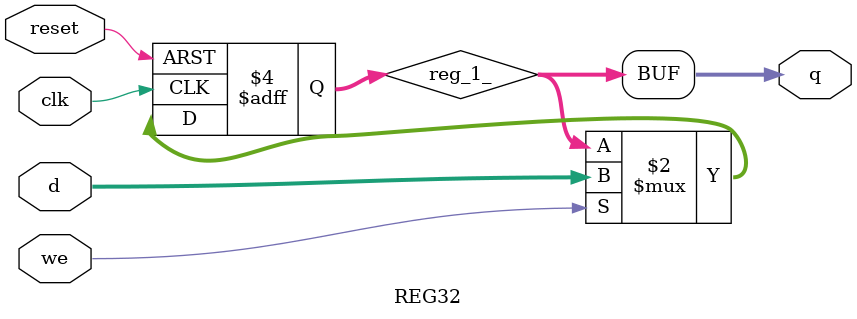
<source format=v>

module REG32 (
  output     [31:0]   q,
  input               we,
  input      [31:0]   d,
  input               clk,
  input               reset
);
  reg        [31:0]   reg_1_;

  assign q = reg_1_;
  always @ (posedge clk or posedge reset) begin
    if (reset) begin
      reg_1_ <= 32'h0;
    end else begin
      if(we)begin
        reg_1_ <= d;
      end
    end
  end

endmodule
</source>
